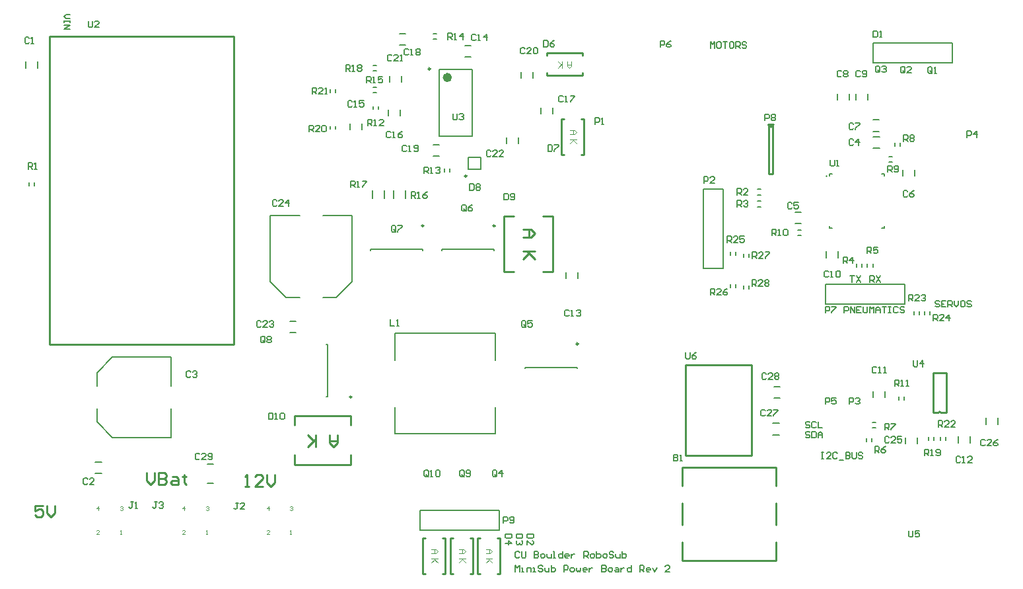
<source format=gto>
G04 Layer_Color=65535*
%FSLAX25Y25*%
%MOIN*%
G70*
G01*
G75*
%ADD40C,0.01000*%
%ADD68C,0.02362*%
%ADD69C,0.00984*%
%ADD70C,0.00197*%
%ADD71C,0.00787*%
%ADD72C,0.00500*%
%ADD73C,0.00600*%
%ADD74C,0.00394*%
%ADD75C,0.00492*%
D40*
X598750Y392000D02*
G03*
X601250Y392000I1250J0D01*
G01*
X685875Y246750D02*
G03*
X684625Y246750I-625J0D01*
G01*
X424291Y183516D02*
X425709D01*
X424291Y165405D02*
X425709D01*
X434291D02*
X435709D01*
X434291Y183516D02*
X435709D01*
X424291Y165405D02*
Y183516D01*
X435709Y165405D02*
Y183516D01*
X438291Y183595D02*
X439709D01*
X438291Y165484D02*
X439709D01*
X448291D02*
X449709D01*
X448291Y183595D02*
X449709D01*
X438291Y165484D02*
Y183595D01*
X449709Y165484D02*
Y183595D01*
X505709Y376870D02*
Y394980D01*
X494291Y376870D02*
Y394980D01*
X504291D02*
X505709D01*
X504291Y376870D02*
X505709D01*
X494291D02*
X495709D01*
X494291Y394980D02*
X495709D01*
X486905Y416756D02*
X505016D01*
X486905Y428173D02*
X505016D01*
Y416756D02*
Y418173D01*
X486905Y416756D02*
Y418173D01*
Y426756D02*
Y428173D01*
X505016Y426756D02*
Y428173D01*
X463209Y165405D02*
Y183516D01*
X451791Y165405D02*
Y183516D01*
X461791D02*
X463209D01*
X461791Y165405D02*
X463209D01*
X451791D02*
X453209D01*
X451791Y183516D02*
X453209D01*
X359598Y220661D02*
Y225583D01*
Y240347D02*
Y245268D01*
X387748Y220661D02*
Y225583D01*
Y240347D02*
Y245268D01*
X359598D02*
X387748D01*
X359598Y220661D02*
X387748D01*
X484882Y317717D02*
X489803D01*
X465197D02*
X470118D01*
X484882Y345866D02*
X489803D01*
X465197D02*
X470118D01*
X465197Y317717D02*
Y345866D01*
X489803Y317717D02*
Y345866D01*
X236000Y281200D02*
Y436500D01*
Y281200D02*
X329000D01*
Y436500D01*
X236000D02*
X329000D01*
X602516Y190047D02*
Y201268D01*
Y172035D02*
Y181583D01*
Y209732D02*
Y219280D01*
X555272Y209732D02*
Y219280D01*
Y190047D02*
Y201268D01*
X555272Y172035D02*
Y181583D01*
Y172035D02*
X602516D01*
X555272Y219280D02*
X602516D01*
X556910Y270835D02*
X590374D01*
Y225165D02*
Y270835D01*
X556910Y225165D02*
Y270835D01*
Y225165D02*
X590374D01*
X601000Y367000D02*
Y392000D01*
X599000Y367000D02*
X601000D01*
X599000D02*
Y392000D01*
X601250D01*
X598750D02*
X601000D01*
X685875Y246750D02*
X688500D01*
X682000D02*
X684625D01*
X682000D02*
Y266750D01*
X688500D01*
Y246750D02*
Y266750D01*
X334500Y209500D02*
X336499D01*
X335500D01*
Y215498D01*
X334500Y214498D01*
X343497Y209500D02*
X339498D01*
X343497Y213499D01*
Y214498D01*
X342497Y215498D01*
X340498D01*
X339498Y214498D01*
X345496Y215498D02*
Y211499D01*
X347496Y209500D01*
X349495Y211499D01*
Y215498D01*
X285000Y216498D02*
Y212499D01*
X286999Y210500D01*
X288999Y212499D01*
Y216498D01*
X290998D02*
Y210500D01*
X293997D01*
X294997Y211500D01*
Y212499D01*
X293997Y213499D01*
X290998D01*
X293997D01*
X294997Y214499D01*
Y215498D01*
X293997Y216498D01*
X290998D01*
X297996Y214499D02*
X299995D01*
X300995Y213499D01*
Y210500D01*
X297996D01*
X296996Y211500D01*
X297996Y212499D01*
X300995D01*
X303994Y215498D02*
Y214499D01*
X302994D01*
X304994D01*
X303994D01*
Y211500D01*
X304994Y210500D01*
X232499Y199998D02*
X228500D01*
Y196999D01*
X230499Y197999D01*
X231499D01*
X232499Y196999D01*
Y195000D01*
X231499Y194000D01*
X229500D01*
X228500Y195000D01*
X234498Y199998D02*
Y195999D01*
X236497Y194000D01*
X238497Y195999D01*
Y199998D01*
X381153Y235425D02*
Y231427D01*
X379154Y229427D01*
X377155Y231427D01*
Y235425D01*
Y232426D01*
X381153D01*
X370130Y229427D02*
Y235425D01*
Y233426D01*
X366131Y229427D01*
X369130Y232426D01*
X366131Y235425D01*
X475039Y339272D02*
X479038D01*
X481037Y337272D01*
X479038Y335273D01*
X475039D01*
X478038D01*
Y339272D01*
X481037Y328248D02*
X475039D01*
X477039D01*
X481037Y324249D01*
X478038Y327248D01*
X475039Y324249D01*
D68*
X437850Y415760D02*
G03*
X437850Y415760I-1181J0D01*
G01*
D69*
X428106Y420090D02*
G03*
X428106Y420090I-492J0D01*
G01*
X388390Y254716D02*
G03*
X388390Y254716I-492J0D01*
G01*
X424724Y340965D02*
G03*
X424724Y340965I-492J0D01*
G01*
X460756D02*
G03*
X460756Y340965I-492J0D01*
G01*
X502740Y281417D02*
G03*
X502740Y281417I-492J0D01*
G01*
X446425Y366028D02*
G03*
X446425Y366028I-492J0D01*
G01*
D70*
X628492Y366075D02*
G03*
X628492Y366075I-394J0D01*
G01*
X628289D02*
G03*
X628289Y366075I-230J0D01*
G01*
X628314D02*
G03*
X628314Y366075I-176J0D01*
G01*
X628115Y366035D02*
G03*
X628115Y366035I-56J0D01*
G01*
D71*
X586122Y309260D02*
Y310835D01*
X588878Y309260D02*
Y310835D01*
X579622Y309760D02*
Y311335D01*
X582378Y309760D02*
Y311335D01*
X588878Y325213D02*
Y326787D01*
X586122Y325213D02*
Y326787D01*
X582378Y326165D02*
Y327740D01*
X579622Y326165D02*
Y327740D01*
X423000Y187500D02*
Y197500D01*
X463000D01*
X423000Y187500D02*
X463000D01*
Y197500D01*
X664622Y253213D02*
Y254787D01*
X667378Y253213D02*
Y254787D01*
X315425Y211276D02*
X318575D01*
X315425Y220724D02*
X318575D01*
X680378Y296165D02*
Y297740D01*
X677622Y296165D02*
Y297740D01*
X674878Y296165D02*
Y297740D01*
X672122Y296165D02*
Y297740D01*
X633547Y404425D02*
Y407575D01*
X639453Y404425D02*
Y407575D01*
X648953Y404425D02*
Y407575D01*
X643047Y404425D02*
Y407575D01*
X662622Y381213D02*
Y382787D01*
X665378Y381213D02*
Y382787D01*
X651484Y320213D02*
Y321787D01*
X648728Y320213D02*
Y321787D01*
X651213Y239122D02*
X652787D01*
X651213Y241878D02*
X652787D01*
X648122Y232213D02*
Y233787D01*
X650878Y232213D02*
Y233787D01*
X645878Y320213D02*
Y321787D01*
X643122Y320213D02*
Y321787D01*
X593260Y353378D02*
X594835D01*
X593260Y350622D02*
X594835D01*
X613713Y338878D02*
X615287D01*
X613713Y336122D02*
X615287D01*
X593260Y359378D02*
X594835D01*
X593260Y356622D02*
X594835D01*
X612110Y342047D02*
X615260D01*
X612110Y347953D02*
X615260D01*
X666547Y366110D02*
Y369260D01*
X672453Y366110D02*
Y369260D01*
X651610Y385953D02*
X654760D01*
X651610Y380047D02*
X654760D01*
X651425Y394453D02*
X654575D01*
X651425Y388547D02*
X654575D01*
X657453Y254425D02*
Y257575D01*
X651547Y254425D02*
Y257575D01*
X601425Y259953D02*
X604575D01*
X601425Y254047D02*
X604575D01*
X600925Y241453D02*
X604075D01*
X600925Y235547D02*
X604075D01*
X357110Y292917D02*
X360260D01*
X357110Y287012D02*
X360260D01*
X496547Y314390D02*
Y317539D01*
X502453Y314390D02*
Y317539D01*
X380378Y408177D02*
Y409752D01*
X377622Y408177D02*
Y409752D01*
X380378Y389677D02*
Y391252D01*
X377622Y389677D02*
Y391252D01*
X393453Y389390D02*
Y392539D01*
X387547Y389390D02*
Y392539D01*
X399122Y399677D02*
Y401252D01*
X401878Y399677D02*
Y401252D01*
X399213Y419087D02*
X400787D01*
X399213Y421842D02*
X400787D01*
X399213Y408087D02*
X400787D01*
X399213Y410843D02*
X400787D01*
X413453Y413390D02*
Y416539D01*
X407547Y413390D02*
Y416539D01*
X412425Y432012D02*
X415575D01*
X412425Y437917D02*
X415575D01*
X466547Y382390D02*
Y385539D01*
X472453Y382390D02*
Y385539D01*
X489953Y397390D02*
Y400539D01*
X484047Y397390D02*
Y400539D01*
X429713Y435087D02*
X431287D01*
X429713Y437843D02*
X431287D01*
X445425Y426012D02*
X448575D01*
X445425Y431917D02*
X448575D01*
X258925Y216047D02*
X262075D01*
X258925Y221953D02*
X262075D01*
X229768Y420610D02*
Y423760D01*
X223862Y420610D02*
Y423760D01*
X225575Y361260D02*
Y362835D01*
X228331Y361260D02*
Y362835D01*
X474047Y415390D02*
Y418539D01*
X479953Y415390D02*
Y418539D01*
X437878Y368177D02*
Y369752D01*
X435122Y368177D02*
Y369752D01*
X429425Y376012D02*
X432575D01*
X429425Y381917D02*
X432575D01*
X407047Y396390D02*
Y399539D01*
X412953Y396390D02*
Y399539D01*
X679622Y232760D02*
Y234335D01*
X682378Y232760D02*
Y234335D01*
X688378Y232760D02*
Y234335D01*
X685622Y232760D02*
Y234335D01*
X673953Y231110D02*
Y234260D01*
X668047Y231110D02*
Y234260D01*
X700453Y231610D02*
Y234760D01*
X694547Y231610D02*
Y234760D01*
X708547Y240925D02*
Y244075D01*
X714453Y240925D02*
Y244075D01*
X628047Y324925D02*
Y328075D01*
X633953Y324925D02*
Y328075D01*
X659665Y373122D02*
X661240D01*
X659665Y375878D02*
X661240D01*
X399047Y354996D02*
Y358933D01*
X404953Y354996D02*
Y358933D01*
X409547Y354996D02*
Y358933D01*
X415453Y354996D02*
Y358933D01*
X410106Y236071D02*
X460894D01*
X410106Y286858D02*
X460894D01*
Y236071D02*
Y249654D01*
X410106Y236071D02*
Y249654D01*
X460894Y273276D02*
Y286858D01*
X410106Y273276D02*
Y286858D01*
X267624Y234224D02*
X297201D01*
Y248693D01*
Y260307D02*
Y274776D01*
X267624D02*
X297201D01*
X259799Y242049D02*
Y248693D01*
Y242049D02*
X267624Y234224D01*
X259799Y266951D02*
X267624Y274776D01*
X259799Y260307D02*
Y266951D01*
X432732Y386232D02*
X449268D01*
X432732Y419697D02*
X449268D01*
Y386232D02*
Y419697D01*
X432732Y386232D02*
Y419697D01*
X651500Y423000D02*
Y433000D01*
X691500D01*
X651500Y423000D02*
X691500D01*
Y433000D01*
X566000Y359500D02*
X576000D01*
Y319500D02*
Y359500D01*
X566000Y319500D02*
Y359500D01*
Y319500D02*
X576000D01*
X667500Y301500D02*
Y311500D01*
X627500Y301500D02*
X667500D01*
X627500Y311500D02*
X667500D01*
X627500Y301500D02*
Y311500D01*
X375496Y281153D02*
X376087D01*
Y254776D02*
Y281153D01*
X375496Y254776D02*
X376087D01*
X397795Y328563D02*
Y329153D01*
X424173D01*
Y328563D02*
Y329153D01*
X433827Y328563D02*
Y329153D01*
X460205D01*
Y328563D02*
Y329153D01*
X475811Y269016D02*
Y269606D01*
X502189D01*
Y269016D02*
Y269606D01*
X355352Y304795D02*
X362193D01*
X347331Y312817D02*
X355352Y304795D01*
X380648D02*
X388669Y312817D01*
X373807Y304795D02*
X380648D01*
X347331Y312817D02*
Y346134D01*
X362193D01*
X373807D02*
X388669D01*
Y312817D02*
Y346134D01*
X447350Y375535D02*
X453650D01*
Y369394D02*
Y375535D01*
X447350Y369394D02*
Y375535D01*
Y369394D02*
X453650D01*
D72*
X629673Y367256D02*
X630854D01*
X629673Y366075D02*
Y367256D01*
Y339697D02*
Y340878D01*
Y339697D02*
X630854D01*
X657232Y366075D02*
Y367256D01*
X656051D02*
X657232D01*
X656051Y339697D02*
X657232D01*
Y340878D01*
X246099Y447500D02*
X244100D01*
X243100Y446500D01*
X244100Y445501D01*
X246099D01*
Y444501D02*
Y443501D01*
Y444001D01*
X243100D01*
Y444501D01*
Y443501D01*
Y442002D02*
X246099D01*
X243100Y440002D01*
X246099D01*
D73*
X445133Y215033D02*
Y217166D01*
X444599Y217699D01*
X443533D01*
X443000Y217166D01*
Y215033D01*
X443533Y214500D01*
X444599D01*
X444066Y215566D02*
X445133Y214500D01*
X444599D02*
X445133Y215033D01*
X446199D02*
X446732Y214500D01*
X447798D01*
X448332Y215033D01*
Y217166D01*
X447798Y217699D01*
X446732D01*
X446199Y217166D01*
Y216633D01*
X446732Y216100D01*
X448332D01*
X427133Y215033D02*
Y217166D01*
X426600Y217699D01*
X425533D01*
X425000Y217166D01*
Y215033D01*
X425533Y214500D01*
X426600D01*
X426066Y215566D02*
X427133Y214500D01*
X426600D02*
X427133Y215033D01*
X428199Y214500D02*
X429265D01*
X428732D01*
Y217699D01*
X428199Y217166D01*
X430865D02*
X431398Y217699D01*
X432464D01*
X432997Y217166D01*
Y215033D01*
X432464Y214500D01*
X431398D01*
X430865Y215033D01*
Y217166D01*
X469199Y185500D02*
X466000D01*
Y183900D01*
X466533Y183367D01*
X468666D01*
X469199Y183900D01*
Y185500D01*
X466000Y180701D02*
X469199D01*
X467599Y182301D01*
Y180168D01*
X474699Y185500D02*
X471500D01*
Y183900D01*
X472033Y183367D01*
X474166D01*
X474699Y183900D01*
Y185500D01*
X474166Y182301D02*
X474699Y181768D01*
Y180701D01*
X474166Y180168D01*
X473633D01*
X473100Y180701D01*
Y181235D01*
Y180701D01*
X472566Y180168D01*
X472033D01*
X471500Y180701D01*
Y181768D01*
X472033Y182301D01*
X590500Y310547D02*
Y313746D01*
X592100D01*
X592633Y313213D01*
Y312147D01*
X592100Y311614D01*
X590500D01*
X591566D02*
X592633Y310547D01*
X595832D02*
X593699D01*
X595832Y312680D01*
Y313213D01*
X595298Y313746D01*
X594232D01*
X593699Y313213D01*
X596898D02*
X597431Y313746D01*
X598497D01*
X599031Y313213D01*
Y312680D01*
X598497Y312147D01*
X599031Y311614D01*
Y311080D01*
X598497Y310547D01*
X597431D01*
X596898Y311080D01*
Y311614D01*
X597431Y312147D01*
X596898Y312680D01*
Y313213D01*
X597431Y312147D02*
X598497D01*
X569500Y306047D02*
Y309246D01*
X571100D01*
X571633Y308713D01*
Y307647D01*
X571100Y307114D01*
X569500D01*
X570566D02*
X571633Y306047D01*
X574832D02*
X572699D01*
X574832Y308180D01*
Y308713D01*
X574298Y309246D01*
X573232D01*
X572699Y308713D01*
X578031Y309246D02*
X576964Y308713D01*
X575898Y307647D01*
Y306580D01*
X576431Y306047D01*
X577497D01*
X578031Y306580D01*
Y307114D01*
X577497Y307647D01*
X575898D01*
X590725Y324500D02*
Y327699D01*
X592324D01*
X592857Y327166D01*
Y326099D01*
X592324Y325566D01*
X590725D01*
X591791D02*
X592857Y324500D01*
X596056D02*
X593924D01*
X596056Y326633D01*
Y327166D01*
X595523Y327699D01*
X594457D01*
X593924Y327166D01*
X597123Y327699D02*
X599255D01*
Y327166D01*
X597123Y325033D01*
Y324500D01*
X578000Y332500D02*
Y335699D01*
X579600D01*
X580133Y335166D01*
Y334100D01*
X579600Y333566D01*
X578000D01*
X579066D02*
X580133Y332500D01*
X583332D02*
X581199D01*
X583332Y334633D01*
Y335166D01*
X582798Y335699D01*
X581732D01*
X581199Y335166D01*
X586531Y335699D02*
X584398D01*
Y334100D01*
X585464Y334633D01*
X585997D01*
X586531Y334100D01*
Y333033D01*
X585997Y332500D01*
X584931D01*
X584398Y333033D01*
X465000Y191000D02*
Y194199D01*
X466600D01*
X467133Y193666D01*
Y192599D01*
X466600Y192066D01*
X465000D01*
X468199Y191533D02*
X468732Y191000D01*
X469798D01*
X470332Y191533D01*
Y193666D01*
X469798Y194199D01*
X468732D01*
X468199Y193666D01*
Y193133D01*
X468732Y192599D01*
X470332D01*
X311633Y225666D02*
X311100Y226199D01*
X310033D01*
X309500Y225666D01*
Y223533D01*
X310033Y223000D01*
X311100D01*
X311633Y223533D01*
X314832Y223000D02*
X312699D01*
X314832Y225133D01*
Y225666D01*
X314299Y226199D01*
X313232D01*
X312699Y225666D01*
X315898Y223533D02*
X316431Y223000D01*
X317497D01*
X318031Y223533D01*
Y225666D01*
X317497Y226199D01*
X316431D01*
X315898Y225666D01*
Y225133D01*
X316431Y224600D01*
X318031D01*
X682000Y293000D02*
Y296199D01*
X683600D01*
X684133Y295666D01*
Y294600D01*
X683600Y294066D01*
X682000D01*
X683066D02*
X684133Y293000D01*
X687332D02*
X685199D01*
X687332Y295133D01*
Y295666D01*
X686798Y296199D01*
X685732D01*
X685199Y295666D01*
X689997Y293000D02*
Y296199D01*
X688398Y294600D01*
X690531D01*
X669500Y303000D02*
Y306199D01*
X671100D01*
X671633Y305666D01*
Y304599D01*
X671100Y304066D01*
X669500D01*
X670566D02*
X671633Y303000D01*
X674832D02*
X672699D01*
X674832Y305133D01*
Y305666D01*
X674298Y306199D01*
X673232D01*
X672699Y305666D01*
X675898D02*
X676431Y306199D01*
X677497D01*
X678031Y305666D01*
Y305133D01*
X677497Y304599D01*
X676964D01*
X677497D01*
X678031Y304066D01*
Y303533D01*
X677497Y303000D01*
X676431D01*
X675898Y303533D01*
X461633Y215033D02*
Y217166D01*
X461099Y217699D01*
X460033D01*
X459500Y217166D01*
Y215033D01*
X460033Y214500D01*
X461099D01*
X460566Y215566D02*
X461633Y214500D01*
X461099D02*
X461633Y215033D01*
X464298Y214500D02*
Y217699D01*
X462699Y216100D01*
X464832D01*
X290133Y201699D02*
X289066D01*
X289599D01*
Y199033D01*
X289066Y198500D01*
X288533D01*
X288000Y199033D01*
X291199Y201166D02*
X291732Y201699D01*
X292798D01*
X293332Y201166D01*
Y200633D01*
X292798Y200099D01*
X292265D01*
X292798D01*
X293332Y199566D01*
Y199033D01*
X292798Y198500D01*
X291732D01*
X291199Y199033D01*
X480199Y185500D02*
X477000D01*
Y183900D01*
X477533Y183367D01*
X479666D01*
X480199Y183900D01*
Y185500D01*
X477000Y180168D02*
Y182301D01*
X479133Y180168D01*
X479666D01*
X480199Y180701D01*
Y181768D01*
X479666Y182301D01*
X654892Y418982D02*
Y421115D01*
X654359Y421648D01*
X653293D01*
X652760Y421115D01*
Y418982D01*
X653293Y418449D01*
X654359D01*
X653826Y419515D02*
X654892Y418449D01*
X654359D02*
X654892Y418982D01*
X655959Y421115D02*
X656492Y421648D01*
X657558D01*
X658091Y421115D01*
Y420581D01*
X657558Y420048D01*
X657025D01*
X657558D01*
X658091Y419515D01*
Y418982D01*
X657558Y418449D01*
X656492D01*
X655959Y418982D01*
X557000Y277099D02*
Y274433D01*
X557533Y273900D01*
X558600D01*
X559133Y274433D01*
Y277099D01*
X562332D02*
X561265Y276566D01*
X560199Y275500D01*
Y274433D01*
X560732Y273900D01*
X561798D01*
X562332Y274433D01*
Y274966D01*
X561798Y275500D01*
X560199D01*
X684500Y239500D02*
Y242699D01*
X686099D01*
X686633Y242166D01*
Y241100D01*
X686099Y240566D01*
X684500D01*
X685566D02*
X686633Y239500D01*
X689832D02*
X687699D01*
X689832Y241633D01*
Y242166D01*
X689298Y242699D01*
X688232D01*
X687699Y242166D01*
X693031Y239500D02*
X690898D01*
X693031Y241633D01*
Y242166D01*
X692497Y242699D01*
X691431D01*
X690898Y242166D01*
X677500Y225000D02*
Y228199D01*
X679100D01*
X679633Y227666D01*
Y226600D01*
X679100Y226066D01*
X677500D01*
X678566D02*
X679633Y225000D01*
X680699D02*
X681765D01*
X681232D01*
Y228199D01*
X680699Y227666D01*
X683365Y225533D02*
X683898Y225000D01*
X684964D01*
X685497Y225533D01*
Y227666D01*
X684964Y228199D01*
X683898D01*
X683365Y227666D01*
Y227133D01*
X683898Y226600D01*
X685497D01*
X662500Y260000D02*
Y263199D01*
X664100D01*
X664633Y262666D01*
Y261599D01*
X664100Y261066D01*
X662500D01*
X663566D02*
X664633Y260000D01*
X665699D02*
X666765D01*
X666232D01*
Y263199D01*
X665699Y262666D01*
X668365Y260000D02*
X669431D01*
X668898D01*
Y263199D01*
X668365Y262666D01*
X600500Y336000D02*
Y339199D01*
X602100D01*
X602633Y338666D01*
Y337599D01*
X602100Y337066D01*
X600500D01*
X601566D02*
X602633Y336000D01*
X603699D02*
X604765D01*
X604232D01*
Y339199D01*
X603699Y338666D01*
X606365D02*
X606898Y339199D01*
X607964D01*
X608497Y338666D01*
Y336533D01*
X607964Y336000D01*
X606898D01*
X606365Y336533D01*
Y338666D01*
X659000Y368000D02*
Y371199D01*
X660600D01*
X661133Y370666D01*
Y369600D01*
X660600Y369066D01*
X659000D01*
X660066D02*
X661133Y368000D01*
X662199Y368533D02*
X662732Y368000D01*
X663798D01*
X664332Y368533D01*
Y370666D01*
X663798Y371199D01*
X662732D01*
X662199Y370666D01*
Y370133D01*
X662732Y369600D01*
X664332D01*
X667000Y383500D02*
Y386699D01*
X668600D01*
X669133Y386166D01*
Y385100D01*
X668600Y384566D01*
X667000D01*
X668066D02*
X669133Y383500D01*
X670199Y386166D02*
X670732Y386699D01*
X671798D01*
X672332Y386166D01*
Y385633D01*
X671798Y385100D01*
X672332Y384566D01*
Y384033D01*
X671798Y383500D01*
X670732D01*
X670199Y384033D01*
Y384566D01*
X670732Y385100D01*
X670199Y385633D01*
Y386166D01*
X670732Y385100D02*
X671798D01*
X657500Y238000D02*
Y241199D01*
X659099D01*
X659633Y240666D01*
Y239599D01*
X659099Y239066D01*
X657500D01*
X658566D02*
X659633Y238000D01*
X660699Y241199D02*
X662832D01*
Y240666D01*
X660699Y238533D01*
Y238000D01*
X652500Y226500D02*
Y229699D01*
X654100D01*
X654633Y229166D01*
Y228099D01*
X654100Y227566D01*
X652500D01*
X653566D02*
X654633Y226500D01*
X657832Y229699D02*
X656765Y229166D01*
X655699Y228099D01*
Y227033D01*
X656232Y226500D01*
X657298D01*
X657832Y227033D01*
Y227566D01*
X657298Y228099D01*
X655699D01*
X648606Y327000D02*
Y330199D01*
X650206D01*
X650739Y329666D01*
Y328600D01*
X650206Y328066D01*
X648606D01*
X649673D02*
X650739Y327000D01*
X653938Y330199D02*
X651805D01*
Y328600D01*
X652872Y329133D01*
X653405D01*
X653938Y328600D01*
Y327533D01*
X653405Y327000D01*
X652338D01*
X651805Y327533D01*
X636500Y322000D02*
Y325199D01*
X638099D01*
X638633Y324666D01*
Y323600D01*
X638099Y323066D01*
X636500D01*
X637566D02*
X638633Y322000D01*
X641298D02*
Y325199D01*
X639699Y323600D01*
X641832D01*
X583047Y350500D02*
Y353699D01*
X584647D01*
X585180Y353166D01*
Y352099D01*
X584647Y351566D01*
X583047D01*
X584114D02*
X585180Y350500D01*
X586246Y353166D02*
X586779Y353699D01*
X587846D01*
X588379Y353166D01*
Y352633D01*
X587846Y352099D01*
X587313D01*
X587846D01*
X588379Y351566D01*
Y351033D01*
X587846Y350500D01*
X586779D01*
X586246Y351033D01*
X583000Y356500D02*
Y359699D01*
X584599D01*
X585133Y359166D01*
Y358100D01*
X584599Y357566D01*
X583000D01*
X584066D02*
X585133Y356500D01*
X588332D02*
X586199D01*
X588332Y358633D01*
Y359166D01*
X587798Y359699D01*
X586732D01*
X586199Y359166D01*
X667633Y418533D02*
Y420666D01*
X667100Y421199D01*
X666033D01*
X665500Y420666D01*
Y418533D01*
X666033Y418000D01*
X667100D01*
X666566Y419066D02*
X667633Y418000D01*
X667100D02*
X667633Y418533D01*
X670832Y418000D02*
X668699D01*
X670832Y420133D01*
Y420666D01*
X670298Y421199D01*
X669232D01*
X668699Y420666D01*
X681373Y418482D02*
Y420615D01*
X680840Y421148D01*
X679773D01*
X679240Y420615D01*
Y418482D01*
X679773Y417949D01*
X680840D01*
X680306Y419015D02*
X681373Y417949D01*
X680840D02*
X681373Y418482D01*
X682439Y417949D02*
X683505D01*
X682972D01*
Y421148D01*
X682439Y420615D01*
X597000Y394000D02*
Y397199D01*
X598599D01*
X599133Y396666D01*
Y395600D01*
X598599Y395066D01*
X597000D01*
X600199Y396666D02*
X600732Y397199D01*
X601798D01*
X602332Y396666D01*
Y396133D01*
X601798Y395600D01*
X602332Y395066D01*
Y394533D01*
X601798Y394000D01*
X600732D01*
X600199Y394533D01*
Y395066D01*
X600732Y395600D01*
X600199Y396133D01*
Y396666D01*
X600732Y395600D02*
X601798D01*
X627500Y297000D02*
Y300199D01*
X629100D01*
X629633Y299666D01*
Y298600D01*
X629100Y298066D01*
X627500D01*
X630699Y300199D02*
X632832D01*
Y299666D01*
X630699Y297533D01*
Y297000D01*
X627500Y251000D02*
Y254199D01*
X629100D01*
X629633Y253666D01*
Y252600D01*
X629100Y252066D01*
X627500D01*
X632832Y254199D02*
X630699D01*
Y252600D01*
X631765Y253133D01*
X632298D01*
X632832Y252600D01*
Y251533D01*
X632298Y251000D01*
X631232D01*
X630699Y251533D01*
X699000Y385500D02*
Y388699D01*
X700599D01*
X701133Y388166D01*
Y387100D01*
X700599Y386566D01*
X699000D01*
X703798Y385500D02*
Y388699D01*
X702199Y387100D01*
X704332D01*
X639500Y251000D02*
Y254199D01*
X641100D01*
X641633Y253666D01*
Y252600D01*
X641100Y252066D01*
X639500D01*
X642699Y253666D02*
X643232Y254199D01*
X644298D01*
X644832Y253666D01*
Y253133D01*
X644298Y252600D01*
X643765D01*
X644298D01*
X644832Y252066D01*
Y251533D01*
X644298Y251000D01*
X643232D01*
X642699Y251533D01*
X566200Y362500D02*
Y365699D01*
X567800D01*
X568333Y365166D01*
Y364100D01*
X567800Y363566D01*
X566200D01*
X571532Y362500D02*
X569399D01*
X571532Y364633D01*
Y365166D01*
X570998Y365699D01*
X569932D01*
X569399Y365166D01*
X511300Y392179D02*
Y395378D01*
X512899D01*
X513433Y394845D01*
Y393779D01*
X512899Y393246D01*
X511300D01*
X514499Y392179D02*
X515565D01*
X515032D01*
Y395378D01*
X514499Y394845D01*
X651700Y439199D02*
Y436000D01*
X653300D01*
X653833Y436533D01*
Y438666D01*
X653300Y439199D01*
X651700D01*
X654899Y436000D02*
X655965D01*
X655432D01*
Y439199D01*
X654899Y438666D01*
X597633Y266166D02*
X597099Y266699D01*
X596033D01*
X595500Y266166D01*
Y264033D01*
X596033Y263500D01*
X597099D01*
X597633Y264033D01*
X600832Y263500D02*
X598699D01*
X600832Y265633D01*
Y266166D01*
X600298Y266699D01*
X599232D01*
X598699Y266166D01*
X601898D02*
X602431Y266699D01*
X603497D01*
X604031Y266166D01*
Y265633D01*
X603497Y265100D01*
X604031Y264566D01*
Y264033D01*
X603497Y263500D01*
X602431D01*
X601898Y264033D01*
Y264566D01*
X602431Y265100D01*
X601898Y265633D01*
Y266166D01*
X602431Y265100D02*
X603497D01*
X597133Y247666D02*
X596599Y248199D01*
X595533D01*
X595000Y247666D01*
Y245533D01*
X595533Y245000D01*
X596599D01*
X597133Y245533D01*
X600332Y245000D02*
X598199D01*
X600332Y247133D01*
Y247666D01*
X599798Y248199D01*
X598732D01*
X598199Y247666D01*
X601398Y248199D02*
X603531D01*
Y247666D01*
X601398Y245533D01*
Y245000D01*
X708133Y232666D02*
X707599Y233199D01*
X706533D01*
X706000Y232666D01*
Y230533D01*
X706533Y230000D01*
X707599D01*
X708133Y230533D01*
X711332Y230000D02*
X709199D01*
X711332Y232133D01*
Y232666D01*
X710798Y233199D01*
X709732D01*
X709199Y232666D01*
X714531Y233199D02*
X713464Y232666D01*
X712398Y231599D01*
Y230533D01*
X712931Y230000D01*
X713997D01*
X714531Y230533D01*
Y231066D01*
X713997Y231599D01*
X712398D01*
X659633Y234166D02*
X659099Y234699D01*
X658033D01*
X657500Y234166D01*
Y232033D01*
X658033Y231500D01*
X659099D01*
X659633Y232033D01*
X662832Y231500D02*
X660699D01*
X662832Y233633D01*
Y234166D01*
X662298Y234699D01*
X661232D01*
X660699Y234166D01*
X666031Y234699D02*
X663898D01*
Y233100D01*
X664964Y233633D01*
X665497D01*
X666031Y233100D01*
Y232033D01*
X665497Y231500D01*
X664431D01*
X663898Y232033D01*
X695633Y224166D02*
X695099Y224699D01*
X694033D01*
X693500Y224166D01*
Y222033D01*
X694033Y221500D01*
X695099D01*
X695633Y222033D01*
X696699Y221500D02*
X697765D01*
X697232D01*
Y224699D01*
X696699Y224166D01*
X701497Y221500D02*
X699365D01*
X701497Y223633D01*
Y224166D01*
X700964Y224699D01*
X699898D01*
X699365Y224166D01*
X653333Y269366D02*
X652800Y269899D01*
X651733D01*
X651200Y269366D01*
Y267233D01*
X651733Y266700D01*
X652800D01*
X653333Y267233D01*
X654399Y266700D02*
X655465D01*
X654932D01*
Y269899D01*
X654399Y269366D01*
X657065Y266700D02*
X658131D01*
X657598D01*
Y269899D01*
X657065Y269366D01*
X629133Y317666D02*
X628600Y318199D01*
X627533D01*
X627000Y317666D01*
Y315533D01*
X627533Y315000D01*
X628600D01*
X629133Y315533D01*
X630199Y315000D02*
X631265D01*
X630732D01*
Y318199D01*
X630199Y317666D01*
X632865D02*
X633398Y318199D01*
X634464D01*
X634997Y317666D01*
Y315533D01*
X634464Y315000D01*
X633398D01*
X632865Y315533D01*
Y317666D01*
X645133Y418666D02*
X644599Y419199D01*
X643533D01*
X643000Y418666D01*
Y416533D01*
X643533Y416000D01*
X644599D01*
X645133Y416533D01*
X646199D02*
X646732Y416000D01*
X647798D01*
X648332Y416533D01*
Y418666D01*
X647798Y419199D01*
X646732D01*
X646199Y418666D01*
Y418133D01*
X646732Y417599D01*
X648332D01*
X635633Y418666D02*
X635100Y419199D01*
X634033D01*
X633500Y418666D01*
Y416533D01*
X634033Y416000D01*
X635100D01*
X635633Y416533D01*
X636699Y418666D02*
X637232Y419199D01*
X638298D01*
X638832Y418666D01*
Y418133D01*
X638298Y417599D01*
X638832Y417066D01*
Y416533D01*
X638298Y416000D01*
X637232D01*
X636699Y416533D01*
Y417066D01*
X637232Y417599D01*
X636699Y418133D01*
Y418666D01*
X637232Y417599D02*
X638298D01*
X641633Y392166D02*
X641100Y392699D01*
X640033D01*
X639500Y392166D01*
Y390033D01*
X640033Y389500D01*
X641100D01*
X641633Y390033D01*
X642699Y392699D02*
X644832D01*
Y392166D01*
X642699Y390033D01*
Y389500D01*
X668948Y358166D02*
X668414Y358699D01*
X667348D01*
X666815Y358166D01*
Y356033D01*
X667348Y355500D01*
X668414D01*
X668948Y356033D01*
X672147Y358699D02*
X671080Y358166D01*
X670014Y357100D01*
Y356033D01*
X670547Y355500D01*
X671613D01*
X672147Y356033D01*
Y356566D01*
X671613Y357100D01*
X670014D01*
X610633Y352166D02*
X610100Y352699D01*
X609033D01*
X608500Y352166D01*
Y350033D01*
X609033Y349500D01*
X610100D01*
X610633Y350033D01*
X613832Y352699D02*
X611699D01*
Y351099D01*
X612765Y351633D01*
X613298D01*
X613832Y351099D01*
Y350033D01*
X613298Y349500D01*
X612232D01*
X611699Y350033D01*
X641633Y384166D02*
X641100Y384699D01*
X640033D01*
X639500Y384166D01*
Y382033D01*
X640033Y381500D01*
X641100D01*
X641633Y382033D01*
X644298Y381500D02*
Y384699D01*
X642699Y383100D01*
X644832D01*
X550887Y225614D02*
Y222415D01*
X552487D01*
X553020Y222948D01*
Y223481D01*
X552487Y224014D01*
X550887D01*
X552487D01*
X553020Y224548D01*
Y225081D01*
X552487Y225614D01*
X550887D01*
X554086Y222415D02*
X555153D01*
X554620D01*
Y225614D01*
X554086Y225081D01*
X307133Y267166D02*
X306599Y267699D01*
X305533D01*
X305000Y267166D01*
Y265033D01*
X305533Y264500D01*
X306599D01*
X307133Y265033D01*
X308199Y267166D02*
X308732Y267699D01*
X309799D01*
X310332Y267166D01*
Y266633D01*
X309799Y266100D01*
X309265D01*
X309799D01*
X310332Y265566D01*
Y265033D01*
X309799Y264500D01*
X308732D01*
X308199Y265033D01*
X407900Y293763D02*
Y290565D01*
X410033D01*
X411099D02*
X412165D01*
X411632D01*
Y293763D01*
X411099Y293230D01*
X255133Y213166D02*
X254599Y213699D01*
X253533D01*
X253000Y213166D01*
Y211033D01*
X253533Y210500D01*
X254599D01*
X255133Y211033D01*
X258332Y210500D02*
X256199D01*
X258332Y212633D01*
Y213166D01*
X257799Y213699D01*
X256732D01*
X256199Y213166D01*
X225633Y435566D02*
X225099Y436099D01*
X224033D01*
X223500Y435566D01*
Y433433D01*
X224033Y432900D01*
X225099D01*
X225633Y433433D01*
X226699Y432900D02*
X227765D01*
X227232D01*
Y436099D01*
X226699Y435566D01*
X255500Y444199D02*
Y441533D01*
X256033Y441000D01*
X257100D01*
X257633Y441533D01*
Y444199D01*
X260832Y441000D02*
X258699D01*
X260832Y443133D01*
Y443666D01*
X260298Y444199D01*
X259232D01*
X258699Y443666D01*
X225200Y369600D02*
Y372799D01*
X226800D01*
X227333Y372266D01*
Y371199D01*
X226800Y370666D01*
X225200D01*
X226266D02*
X227333Y369600D01*
X228399D02*
X229465D01*
X228932D01*
Y372799D01*
X228399Y372266D01*
X331133Y201199D02*
X330066D01*
X330599D01*
Y198533D01*
X330066Y198000D01*
X329533D01*
X329000Y198533D01*
X334332Y198000D02*
X332199D01*
X334332Y200133D01*
Y200666D01*
X333799Y201199D01*
X332732D01*
X332199Y200666D01*
X278133Y201699D02*
X277066D01*
X277600D01*
Y199033D01*
X277066Y198500D01*
X276533D01*
X276000Y199033D01*
X279199Y198500D02*
X280265D01*
X279732D01*
Y201699D01*
X279199Y201166D01*
X498133Y298130D02*
X497600Y298663D01*
X496533D01*
X496000Y298130D01*
Y295998D01*
X496533Y295465D01*
X497600D01*
X498133Y295998D01*
X499199Y295465D02*
X500265D01*
X499732D01*
Y298663D01*
X499199Y298130D01*
X501865D02*
X502398Y298663D01*
X503464D01*
X503997Y298130D01*
Y297597D01*
X503464Y297064D01*
X502931D01*
X503464D01*
X503997Y296531D01*
Y295998D01*
X503464Y295465D01*
X502398D01*
X501865Y295998D01*
X451133Y437130D02*
X450599Y437664D01*
X449533D01*
X449000Y437130D01*
Y434998D01*
X449533Y434465D01*
X450599D01*
X451133Y434998D01*
X452199Y434465D02*
X453265D01*
X452732D01*
Y437664D01*
X452199Y437130D01*
X456464Y434465D02*
Y437664D01*
X454865Y436064D01*
X456997D01*
X388633Y403630D02*
X388100Y404164D01*
X387033D01*
X386500Y403630D01*
Y401498D01*
X387033Y400965D01*
X388100D01*
X388633Y401498D01*
X389699Y400965D02*
X390765D01*
X390232D01*
Y404164D01*
X389699Y403630D01*
X394497Y404164D02*
X392365D01*
Y402564D01*
X393431Y403097D01*
X393964D01*
X394497Y402564D01*
Y401498D01*
X393964Y400965D01*
X392898D01*
X392365Y401498D01*
X408133Y388130D02*
X407599Y388664D01*
X406533D01*
X406000Y388130D01*
Y385998D01*
X406533Y385465D01*
X407599D01*
X408133Y385998D01*
X409199Y385465D02*
X410265D01*
X409732D01*
Y388664D01*
X409199Y388130D01*
X413997Y388664D02*
X412931Y388130D01*
X411865Y387064D01*
Y385998D01*
X412398Y385465D01*
X413464D01*
X413997Y385998D01*
Y386531D01*
X413464Y387064D01*
X411865D01*
X495133Y406130D02*
X494599Y406664D01*
X493533D01*
X493000Y406130D01*
Y403998D01*
X493533Y403465D01*
X494599D01*
X495133Y403998D01*
X496199Y403465D02*
X497265D01*
X496732D01*
Y406664D01*
X496199Y406130D01*
X498865Y406664D02*
X500997D01*
Y406130D01*
X498865Y403998D01*
Y403465D01*
X417133Y429666D02*
X416600Y430199D01*
X415533D01*
X415000Y429666D01*
Y427533D01*
X415533Y427000D01*
X416600D01*
X417133Y427533D01*
X418199Y427000D02*
X419265D01*
X418732D01*
Y430199D01*
X418199Y429666D01*
X420865D02*
X421398Y430199D01*
X422464D01*
X422997Y429666D01*
Y429133D01*
X422464Y428600D01*
X422997Y428066D01*
Y427533D01*
X422464Y427000D01*
X421398D01*
X420865Y427533D01*
Y428066D01*
X421398Y428600D01*
X420865Y429133D01*
Y429666D01*
X421398Y428600D02*
X422464D01*
X416133Y381130D02*
X415599Y381663D01*
X414533D01*
X414000Y381130D01*
Y378998D01*
X414533Y378465D01*
X415599D01*
X416133Y378998D01*
X417199Y378465D02*
X418265D01*
X417732D01*
Y381663D01*
X417199Y381130D01*
X419865Y378998D02*
X420398Y378465D01*
X421464D01*
X421997Y378998D01*
Y381130D01*
X421464Y381663D01*
X420398D01*
X419865Y381130D01*
Y380597D01*
X420398Y380064D01*
X421997D01*
X475833Y430330D02*
X475300Y430864D01*
X474233D01*
X473700Y430330D01*
Y428198D01*
X474233Y427665D01*
X475300D01*
X475833Y428198D01*
X479032Y427665D02*
X476899D01*
X479032Y429797D01*
Y430330D01*
X478498Y430864D01*
X477432D01*
X476899Y430330D01*
X480098D02*
X480631Y430864D01*
X481697D01*
X482231Y430330D01*
Y428198D01*
X481697Y427665D01*
X480631D01*
X480098Y428198D01*
Y430330D01*
X408633Y426666D02*
X408100Y427199D01*
X407033D01*
X406500Y426666D01*
Y424533D01*
X407033Y424000D01*
X408100D01*
X408633Y424533D01*
X411832Y424000D02*
X409699D01*
X411832Y426133D01*
Y426666D01*
X411298Y427199D01*
X410232D01*
X409699Y426666D01*
X412898Y424000D02*
X413964D01*
X413431D01*
Y427199D01*
X412898Y426666D01*
X458633Y378630D02*
X458100Y379164D01*
X457033D01*
X456500Y378630D01*
Y376498D01*
X457033Y375965D01*
X458100D01*
X458633Y376498D01*
X461832Y375965D02*
X459699D01*
X461832Y378097D01*
Y378630D01*
X461298Y379164D01*
X460232D01*
X459699Y378630D01*
X465031Y375965D02*
X462898D01*
X465031Y378097D01*
Y378630D01*
X464497Y379164D01*
X463431D01*
X462898Y378630D01*
X342633Y292630D02*
X342099Y293163D01*
X341033D01*
X340500Y292630D01*
Y290498D01*
X341033Y289965D01*
X342099D01*
X342633Y290498D01*
X345832Y289965D02*
X343699D01*
X345832Y292097D01*
Y292630D01*
X345299Y293163D01*
X344232D01*
X343699Y292630D01*
X346898D02*
X347431Y293163D01*
X348497D01*
X349031Y292630D01*
Y292097D01*
X348497Y291564D01*
X347964D01*
X348497D01*
X349031Y291031D01*
Y290498D01*
X348497Y289965D01*
X347431D01*
X346898Y290498D01*
X350633Y353630D02*
X350099Y354164D01*
X349033D01*
X348500Y353630D01*
Y351498D01*
X349033Y350965D01*
X350099D01*
X350633Y351498D01*
X353832Y350965D02*
X351699D01*
X353832Y353097D01*
Y353630D01*
X353298Y354164D01*
X352232D01*
X351699Y353630D01*
X356497Y350965D02*
Y354164D01*
X354898Y352564D01*
X357031D01*
X485400Y434464D02*
Y431265D01*
X487000D01*
X487533Y431798D01*
Y433930D01*
X487000Y434464D01*
X485400D01*
X490732D02*
X489665Y433930D01*
X488599Y432864D01*
Y431798D01*
X489132Y431265D01*
X490198D01*
X490732Y431798D01*
Y432331D01*
X490198Y432864D01*
X488599D01*
X487500Y381849D02*
Y378650D01*
X489100D01*
X489633Y379183D01*
Y381315D01*
X489100Y381849D01*
X487500D01*
X490699D02*
X492832D01*
Y381315D01*
X490699Y379183D01*
Y378650D01*
X448000Y362163D02*
Y358965D01*
X449600D01*
X450133Y359498D01*
Y361630D01*
X449600Y362163D01*
X448000D01*
X451199Y361630D02*
X451732Y362163D01*
X452798D01*
X453332Y361630D01*
Y361097D01*
X452798Y360564D01*
X453332Y360031D01*
Y359498D01*
X452798Y358965D01*
X451732D01*
X451199Y359498D01*
Y360031D01*
X451732Y360564D01*
X451199Y361097D01*
Y361630D01*
X451732Y360564D02*
X452798D01*
X465300Y357263D02*
Y354065D01*
X466899D01*
X467433Y354598D01*
Y356730D01*
X466899Y357263D01*
X465300D01*
X468499Y354598D02*
X469032Y354065D01*
X470098D01*
X470632Y354598D01*
Y356730D01*
X470098Y357263D01*
X469032D01*
X468499Y356730D01*
Y356197D01*
X469032Y355664D01*
X470632D01*
X346500Y246663D02*
Y243465D01*
X348099D01*
X348633Y243998D01*
Y246130D01*
X348099Y246663D01*
X346500D01*
X349699Y243465D02*
X350765D01*
X350232D01*
Y246663D01*
X349699Y246130D01*
X352365D02*
X352898Y246663D01*
X353964D01*
X354497Y246130D01*
Y243998D01*
X353964Y243465D01*
X352898D01*
X352365Y243998D01*
Y246130D01*
X476333Y290498D02*
Y292630D01*
X475800Y293163D01*
X474733D01*
X474200Y292630D01*
Y290498D01*
X474733Y289965D01*
X475800D01*
X475266Y291031D02*
X476333Y289965D01*
X475800D02*
X476333Y290498D01*
X479532Y293163D02*
X477399D01*
Y291564D01*
X478465Y292097D01*
X478998D01*
X479532Y291564D01*
Y290498D01*
X478998Y289965D01*
X477932D01*
X477399Y290498D01*
X446133Y348998D02*
Y351130D01*
X445600Y351663D01*
X444533D01*
X444000Y351130D01*
Y348998D01*
X444533Y348465D01*
X445600D01*
X445066Y349531D02*
X446133Y348465D01*
X445600D02*
X446133Y348998D01*
X449332Y351663D02*
X448265Y351130D01*
X447199Y350064D01*
Y348998D01*
X447732Y348465D01*
X448798D01*
X449332Y348998D01*
Y349531D01*
X448798Y350064D01*
X447199D01*
X410633Y338498D02*
Y340630D01*
X410100Y341163D01*
X409033D01*
X408500Y340630D01*
Y338498D01*
X409033Y337965D01*
X410100D01*
X409566Y339031D02*
X410633Y337965D01*
X410100D02*
X410633Y338498D01*
X411699Y341163D02*
X413832D01*
Y340630D01*
X411699Y338498D01*
Y337965D01*
X344633Y282533D02*
Y284666D01*
X344099Y285199D01*
X343033D01*
X342500Y284666D01*
Y282533D01*
X343033Y282000D01*
X344099D01*
X343566Y283066D02*
X344633Y282000D01*
X344099D02*
X344633Y282533D01*
X345699Y284666D02*
X346232Y285199D01*
X347299D01*
X347832Y284666D01*
Y284133D01*
X347299Y283599D01*
X347832Y283066D01*
Y282533D01*
X347299Y282000D01*
X346232D01*
X345699Y282533D01*
Y283066D01*
X346232Y283599D01*
X345699Y284133D01*
Y284666D01*
X346232Y283599D02*
X347299D01*
X396500Y391465D02*
Y394664D01*
X398099D01*
X398633Y394130D01*
Y393064D01*
X398099Y392531D01*
X396500D01*
X397566D02*
X398633Y391465D01*
X399699D02*
X400765D01*
X400232D01*
Y394664D01*
X399699Y394130D01*
X404497Y391465D02*
X402365D01*
X404497Y393597D01*
Y394130D01*
X403964Y394664D01*
X402898D01*
X402365Y394130D01*
X425000Y367465D02*
Y370663D01*
X426600D01*
X427133Y370130D01*
Y369064D01*
X426600Y368531D01*
X425000D01*
X426066D02*
X427133Y367465D01*
X428199D02*
X429265D01*
X428732D01*
Y370663D01*
X428199Y370130D01*
X430865D02*
X431398Y370663D01*
X432464D01*
X432997Y370130D01*
Y369597D01*
X432464Y369064D01*
X431931D01*
X432464D01*
X432997Y368531D01*
Y367998D01*
X432464Y367465D01*
X431398D01*
X430865Y367998D01*
X437000Y434965D02*
Y438164D01*
X438599D01*
X439133Y437630D01*
Y436564D01*
X438599Y436031D01*
X437000D01*
X438066D02*
X439133Y434965D01*
X440199D02*
X441265D01*
X440732D01*
Y438164D01*
X440199Y437630D01*
X444464Y434965D02*
Y438164D01*
X442865Y436564D01*
X444997D01*
X396000Y413000D02*
Y416199D01*
X397600D01*
X398133Y415666D01*
Y414600D01*
X397600Y414066D01*
X396000D01*
X397066D02*
X398133Y413000D01*
X399199D02*
X400265D01*
X399732D01*
Y416199D01*
X399199Y415666D01*
X403997Y416199D02*
X401865D01*
Y414600D01*
X402931Y415133D01*
X403464D01*
X403997Y414600D01*
Y413533D01*
X403464Y413000D01*
X402398D01*
X401865Y413533D01*
X418500Y354965D02*
Y358163D01*
X420099D01*
X420633Y357630D01*
Y356564D01*
X420099Y356031D01*
X418500D01*
X419566D02*
X420633Y354965D01*
X421699D02*
X422765D01*
X422232D01*
Y358163D01*
X421699Y357630D01*
X426497Y358163D02*
X425431Y357630D01*
X424365Y356564D01*
Y355498D01*
X424898Y354965D01*
X425964D01*
X426497Y355498D01*
Y356031D01*
X425964Y356564D01*
X424365D01*
X388000Y360465D02*
Y363664D01*
X389599D01*
X390133Y363130D01*
Y362064D01*
X389599Y361531D01*
X388000D01*
X389066D02*
X390133Y360465D01*
X391199D02*
X392265D01*
X391732D01*
Y363664D01*
X391199Y363130D01*
X393865Y363664D02*
X395997D01*
Y363130D01*
X393865Y360998D01*
Y360465D01*
X385500Y418965D02*
Y422163D01*
X387100D01*
X387633Y421630D01*
Y420564D01*
X387100Y420031D01*
X385500D01*
X386566D02*
X387633Y418965D01*
X388699D02*
X389765D01*
X389232D01*
Y422163D01*
X388699Y421630D01*
X391365D02*
X391898Y422163D01*
X392964D01*
X393497Y421630D01*
Y421097D01*
X392964Y420564D01*
X393497Y420031D01*
Y419498D01*
X392964Y418965D01*
X391898D01*
X391365Y419498D01*
Y420031D01*
X391898Y420564D01*
X391365Y421097D01*
Y421630D01*
X391898Y420564D02*
X392964D01*
X367000Y388465D02*
Y391664D01*
X368600D01*
X369133Y391130D01*
Y390064D01*
X368600Y389531D01*
X367000D01*
X368066D02*
X369133Y388465D01*
X372332D02*
X370199D01*
X372332Y390597D01*
Y391130D01*
X371798Y391664D01*
X370732D01*
X370199Y391130D01*
X373398D02*
X373931Y391664D01*
X374997D01*
X375531Y391130D01*
Y388998D01*
X374997Y388465D01*
X373931D01*
X373398Y388998D01*
Y391130D01*
X368500Y407465D02*
Y410664D01*
X370099D01*
X370633Y410130D01*
Y409064D01*
X370099Y408531D01*
X368500D01*
X369566D02*
X370633Y407465D01*
X373832D02*
X371699D01*
X373832Y409597D01*
Y410130D01*
X373299Y410664D01*
X372232D01*
X371699Y410130D01*
X374898Y407465D02*
X375964D01*
X375431D01*
Y410664D01*
X374898Y410130D01*
X439500Y397663D02*
Y394998D01*
X440033Y394465D01*
X441100D01*
X441633Y394998D01*
Y397663D01*
X442699Y397130D02*
X443232Y397663D01*
X444298D01*
X444832Y397130D01*
Y396597D01*
X444298Y396064D01*
X443765D01*
X444298D01*
X444832Y395531D01*
Y394998D01*
X444298Y394465D01*
X443232D01*
X442699Y394998D01*
X544200Y431000D02*
Y434199D01*
X545799D01*
X546333Y433666D01*
Y432599D01*
X545799Y432066D01*
X544200D01*
X549532Y434199D02*
X548465Y433666D01*
X547399Y432599D01*
Y431533D01*
X547932Y431000D01*
X548998D01*
X549532Y431533D01*
Y432066D01*
X548998Y432599D01*
X547399D01*
X630000Y374199D02*
Y371533D01*
X630533Y371000D01*
X631600D01*
X632133Y371533D01*
Y374199D01*
X633199Y371000D02*
X634265D01*
X633732D01*
Y374199D01*
X633199Y373666D01*
X671900Y272999D02*
Y270333D01*
X672433Y269800D01*
X673499D01*
X674033Y270333D01*
Y272999D01*
X676698Y269800D02*
Y272999D01*
X675099Y271399D01*
X677232D01*
X669600Y187199D02*
Y184533D01*
X670133Y184000D01*
X671200D01*
X671733Y184533D01*
Y187199D01*
X674932D02*
X672799D01*
Y185600D01*
X673865Y186133D01*
X674398D01*
X674932Y185600D01*
Y184533D01*
X674398Y184000D01*
X673332D01*
X672799Y184533D01*
X685133Y302666D02*
X684599Y303199D01*
X683533D01*
X683000Y302666D01*
Y302133D01*
X683533Y301600D01*
X684599D01*
X685133Y301066D01*
Y300533D01*
X684599Y300000D01*
X683533D01*
X683000Y300533D01*
X688332Y303199D02*
X686199D01*
Y300000D01*
X688332D01*
X686199Y301600D02*
X687265D01*
X689398Y300000D02*
Y303199D01*
X690997D01*
X691531Y302666D01*
Y301600D01*
X690997Y301066D01*
X689398D01*
X690464D02*
X691531Y300000D01*
X692597Y303199D02*
Y301066D01*
X693663Y300000D01*
X694730Y301066D01*
Y303199D01*
X697395D02*
X696329D01*
X695796Y302666D01*
Y300533D01*
X696329Y300000D01*
X697395D01*
X697928Y300533D01*
Y302666D01*
X697395Y303199D01*
X701127Y302666D02*
X700594Y303199D01*
X699528D01*
X698995Y302666D01*
Y302133D01*
X699528Y301600D01*
X700594D01*
X701127Y301066D01*
Y300533D01*
X700594Y300000D01*
X699528D01*
X698995Y300533D01*
X569500Y430500D02*
Y433699D01*
X570566Y432633D01*
X571633Y433699D01*
Y430500D01*
X574298Y433699D02*
X573232D01*
X572699Y433166D01*
Y431033D01*
X573232Y430500D01*
X574298D01*
X574832Y431033D01*
Y433166D01*
X574298Y433699D01*
X575898D02*
X578031D01*
X576964D01*
Y430500D01*
X580696Y433699D02*
X579630D01*
X579097Y433166D01*
Y431033D01*
X579630Y430500D01*
X580696D01*
X581230Y431033D01*
Y433166D01*
X580696Y433699D01*
X582296Y430500D02*
Y433699D01*
X583895D01*
X584429Y433166D01*
Y432099D01*
X583895Y431566D01*
X582296D01*
X583362D02*
X584429Y430500D01*
X587628Y433166D02*
X587094Y433699D01*
X586028D01*
X585495Y433166D01*
Y432633D01*
X586028Y432099D01*
X587094D01*
X587628Y431566D01*
Y431033D01*
X587094Y430500D01*
X586028D01*
X585495Y431033D01*
X650000Y312500D02*
Y315699D01*
X651600D01*
X652133Y315166D01*
Y314100D01*
X651600Y313566D01*
X650000D01*
X651066D02*
X652133Y312500D01*
X653199Y315699D02*
X655332Y312500D01*
Y315699D02*
X653199Y312500D01*
X640000Y315699D02*
X642133D01*
X641066D01*
Y312500D01*
X643199Y315699D02*
X645332Y312500D01*
Y315699D02*
X643199Y312500D01*
X637000Y297000D02*
Y300199D01*
X638599D01*
X639133Y299666D01*
Y298600D01*
X638599Y298066D01*
X637000D01*
X640199Y297000D02*
Y300199D01*
X642332Y297000D01*
Y300199D01*
X645531D02*
X643398D01*
Y297000D01*
X645531D01*
X643398Y298600D02*
X644464D01*
X646597Y300199D02*
Y297533D01*
X647130Y297000D01*
X648196D01*
X648730Y297533D01*
Y300199D01*
X649796Y297000D02*
Y300199D01*
X650862Y299133D01*
X651929Y300199D01*
Y297000D01*
X652995D02*
Y299133D01*
X654061Y300199D01*
X655127Y299133D01*
Y297000D01*
Y298600D01*
X652995D01*
X656194Y300199D02*
X658326D01*
X657260D01*
Y297000D01*
X659393Y300199D02*
X660459D01*
X659926D01*
Y297000D01*
X659393D01*
X660459D01*
X664191Y299666D02*
X663658Y300199D01*
X662592D01*
X662059Y299666D01*
Y297533D01*
X662592Y297000D01*
X663658D01*
X664191Y297533D01*
X667390Y299666D02*
X666857Y300199D01*
X665791D01*
X665258Y299666D01*
Y299133D01*
X665791Y298600D01*
X666857D01*
X667390Y298066D01*
Y297533D01*
X666857Y297000D01*
X665791D01*
X665258Y297533D01*
X619633Y236666D02*
X619100Y237199D01*
X618033D01*
X617500Y236666D01*
Y236133D01*
X618033Y235599D01*
X619100D01*
X619633Y235066D01*
Y234533D01*
X619100Y234000D01*
X618033D01*
X617500Y234533D01*
X620699Y237199D02*
Y234000D01*
X622298D01*
X622832Y234533D01*
Y236666D01*
X622298Y237199D01*
X620699D01*
X623898Y234000D02*
Y236133D01*
X624964Y237199D01*
X626031Y236133D01*
Y234000D01*
Y235599D01*
X623898D01*
X619633Y241666D02*
X619100Y242199D01*
X618033D01*
X617500Y241666D01*
Y241133D01*
X618033Y240599D01*
X619100D01*
X619633Y240066D01*
Y239533D01*
X619100Y239000D01*
X618033D01*
X617500Y239533D01*
X622832Y241666D02*
X622298Y242199D01*
X621232D01*
X620699Y241666D01*
Y239533D01*
X621232Y239000D01*
X622298D01*
X622832Y239533D01*
X623898Y242199D02*
Y239000D01*
X626031D01*
X625500Y226699D02*
X626566D01*
X626033D01*
Y223500D01*
X625500D01*
X626566D01*
X630298D02*
X628166D01*
X630298Y225633D01*
Y226166D01*
X629765Y226699D01*
X628699D01*
X628166Y226166D01*
X633497D02*
X632964Y226699D01*
X631898D01*
X631365Y226166D01*
Y224033D01*
X631898Y223500D01*
X632964D01*
X633497Y224033D01*
X634564Y222967D02*
X636696D01*
X637763Y226699D02*
Y223500D01*
X639362D01*
X639895Y224033D01*
Y224566D01*
X639362Y225099D01*
X637763D01*
X639362D01*
X639895Y225633D01*
Y226166D01*
X639362Y226699D01*
X637763D01*
X640962D02*
Y224033D01*
X641495Y223500D01*
X642561D01*
X643094Y224033D01*
Y226699D01*
X646293Y226166D02*
X645760Y226699D01*
X644694D01*
X644161Y226166D01*
Y225633D01*
X644694Y225099D01*
X645760D01*
X646293Y224566D01*
Y224033D01*
X645760Y223500D01*
X644694D01*
X644161Y224033D01*
X473133Y176166D02*
X472600Y176699D01*
X471533D01*
X471000Y176166D01*
Y174033D01*
X471533Y173500D01*
X472600D01*
X473133Y174033D01*
X474199Y176699D02*
Y174033D01*
X474732Y173500D01*
X475798D01*
X476332Y174033D01*
Y176699D01*
X480597D02*
Y173500D01*
X482196D01*
X482730Y174033D01*
Y174566D01*
X482196Y175100D01*
X480597D01*
X482196D01*
X482730Y175633D01*
Y176166D01*
X482196Y176699D01*
X480597D01*
X484329Y173500D02*
X485395D01*
X485928Y174033D01*
Y175100D01*
X485395Y175633D01*
X484329D01*
X483796Y175100D01*
Y174033D01*
X484329Y173500D01*
X486995Y175633D02*
Y174033D01*
X487528Y173500D01*
X489127D01*
Y175633D01*
X490194Y173500D02*
X491260D01*
X490727D01*
Y176699D01*
X490194D01*
X494992D02*
Y173500D01*
X493393D01*
X492860Y174033D01*
Y175100D01*
X493393Y175633D01*
X494992D01*
X497658Y173500D02*
X496592D01*
X496059Y174033D01*
Y175100D01*
X496592Y175633D01*
X497658D01*
X498191Y175100D01*
Y174566D01*
X496059D01*
X499258Y175633D02*
Y173500D01*
Y174566D01*
X499791Y175100D01*
X500324Y175633D01*
X500857D01*
X505655Y173500D02*
Y176699D01*
X507255D01*
X507788Y176166D01*
Y175100D01*
X507255Y174566D01*
X505655D01*
X506722D02*
X507788Y173500D01*
X509388D02*
X510454D01*
X510987Y174033D01*
Y175100D01*
X510454Y175633D01*
X509388D01*
X508854Y175100D01*
Y174033D01*
X509388Y173500D01*
X512053Y176699D02*
Y173500D01*
X513653D01*
X514186Y174033D01*
Y174566D01*
Y175100D01*
X513653Y175633D01*
X512053D01*
X515786Y173500D02*
X516852D01*
X517385Y174033D01*
Y175100D01*
X516852Y175633D01*
X515786D01*
X515252Y175100D01*
Y174033D01*
X515786Y173500D01*
X520584Y176166D02*
X520051Y176699D01*
X518985D01*
X518451Y176166D01*
Y175633D01*
X518985Y175100D01*
X520051D01*
X520584Y174566D01*
Y174033D01*
X520051Y173500D01*
X518985D01*
X518451Y174033D01*
X521650Y175633D02*
Y174033D01*
X522184Y173500D01*
X523783D01*
Y175633D01*
X524849Y176699D02*
Y173500D01*
X526449D01*
X526982Y174033D01*
Y174566D01*
Y175100D01*
X526449Y175633D01*
X524849D01*
X471000Y166500D02*
Y169699D01*
X472066Y168633D01*
X473133Y169699D01*
Y166500D01*
X474199D02*
X475265D01*
X474732D01*
Y168633D01*
X474199D01*
X476865Y166500D02*
Y168633D01*
X478464D01*
X478997Y168099D01*
Y166500D01*
X480064D02*
X481130D01*
X480597D01*
Y168633D01*
X480064D01*
X484862Y169166D02*
X484329Y169699D01*
X483263D01*
X482729Y169166D01*
Y168633D01*
X483263Y168099D01*
X484329D01*
X484862Y167566D01*
Y167033D01*
X484329Y166500D01*
X483263D01*
X482729Y167033D01*
X485928Y168633D02*
Y167033D01*
X486462Y166500D01*
X488061D01*
Y168633D01*
X489127Y169699D02*
Y166500D01*
X490727D01*
X491260Y167033D01*
Y167566D01*
Y168099D01*
X490727Y168633D01*
X489127D01*
X495525Y166500D02*
Y169699D01*
X497125D01*
X497658Y169166D01*
Y168099D01*
X497125Y167566D01*
X495525D01*
X499258Y166500D02*
X500324D01*
X500857Y167033D01*
Y168099D01*
X500324Y168633D01*
X499258D01*
X498724Y168099D01*
Y167033D01*
X499258Y166500D01*
X501923Y168633D02*
Y167033D01*
X502457Y166500D01*
X502990Y167033D01*
X503523Y166500D01*
X504056Y167033D01*
Y168633D01*
X506722Y166500D02*
X505655D01*
X505122Y167033D01*
Y168099D01*
X505655Y168633D01*
X506722D01*
X507255Y168099D01*
Y167566D01*
X505122D01*
X508321Y168633D02*
Y166500D01*
Y167566D01*
X508854Y168099D01*
X509388Y168633D01*
X509921D01*
X514719Y169699D02*
Y166500D01*
X516319D01*
X516852Y167033D01*
Y167566D01*
X516319Y168099D01*
X514719D01*
X516319D01*
X516852Y168633D01*
Y169166D01*
X516319Y169699D01*
X514719D01*
X518451Y166500D02*
X519518D01*
X520051Y167033D01*
Y168099D01*
X519518Y168633D01*
X518451D01*
X517918Y168099D01*
Y167033D01*
X518451Y166500D01*
X521650Y168633D02*
X522717D01*
X523250Y168099D01*
Y166500D01*
X521650D01*
X521117Y167033D01*
X521650Y167566D01*
X523250D01*
X524316Y168633D02*
Y166500D01*
Y167566D01*
X524849Y168099D01*
X525383Y168633D01*
X525916D01*
X529648Y169699D02*
Y166500D01*
X528048D01*
X527515Y167033D01*
Y168099D01*
X528048Y168633D01*
X529648D01*
X533913Y166500D02*
Y169699D01*
X535512D01*
X536046Y169166D01*
Y168099D01*
X535512Y167566D01*
X533913D01*
X534979D02*
X536046Y166500D01*
X538712D02*
X537645D01*
X537112Y167033D01*
Y168099D01*
X537645Y168633D01*
X538712D01*
X539245Y168099D01*
Y167566D01*
X537112D01*
X540311Y168633D02*
X541377Y166500D01*
X542444Y168633D01*
X548842Y166500D02*
X546709D01*
X548842Y168633D01*
Y169166D01*
X548308Y169699D01*
X547242D01*
X546709Y169166D01*
D74*
X431869Y173142D02*
X428721D01*
X429770D01*
X431869Y171043D01*
X430295Y172617D01*
X428721Y171043D01*
Y177866D02*
X430820D01*
X431869Y176817D01*
X430820Y175767D01*
X428721D01*
X430295D01*
Y177866D01*
X445869Y173221D02*
X442721D01*
X443770D01*
X445869Y171121D01*
X444295Y172696D01*
X442721Y171121D01*
Y177945D02*
X444819D01*
X445869Y176895D01*
X444819Y175846D01*
X442721D01*
X444295D01*
Y177945D01*
X498721Y389331D02*
X500819D01*
X501869Y388281D01*
X500819Y387232D01*
X498721D01*
X500295D01*
Y389331D01*
X501869Y384606D02*
X498721D01*
X499770D01*
X501869Y382507D01*
X500295Y384082D01*
X498721Y382507D01*
X499366Y423744D02*
Y421645D01*
X498317Y420596D01*
X497267Y421645D01*
Y423744D01*
Y422170D01*
X499366D01*
X494642Y420596D02*
Y423744D01*
Y422695D01*
X492543Y420596D01*
X494117Y422170D01*
X492543Y423744D01*
X456220Y177866D02*
X458320D01*
X459369Y176817D01*
X458320Y175767D01*
X456220D01*
X457795D01*
Y177866D01*
X459369Y173142D02*
X456220D01*
X457270D01*
X459369Y171043D01*
X457795Y172617D01*
X456220Y171043D01*
D75*
X271437Y185563D02*
X272093D01*
X271765D01*
Y187531D01*
X271437Y187203D01*
X260938Y185563D02*
X259626D01*
X260938Y186875D01*
Y187203D01*
X260610Y187531D01*
X259954D01*
X259626Y187203D01*
X260610Y197374D02*
Y199342D01*
X259626Y198358D01*
X260938D01*
X271437Y199014D02*
X271765Y199342D01*
X272421D01*
X272749Y199014D01*
Y198686D01*
X272421Y198358D01*
X272093D01*
X272421D01*
X272749Y198030D01*
Y197702D01*
X272421Y197374D01*
X271765D01*
X271437Y197702D01*
X357343Y185571D02*
X357998D01*
X357670D01*
Y187539D01*
X357343Y187211D01*
X346843Y185571D02*
X345532D01*
X346843Y186883D01*
Y187211D01*
X346515Y187539D01*
X345860D01*
X345532Y187211D01*
X346515Y197382D02*
Y199350D01*
X345532Y198366D01*
X346843D01*
X357343Y199022D02*
X357670Y199350D01*
X358327D01*
X358654Y199022D01*
Y198694D01*
X358327Y198366D01*
X357998D01*
X358327D01*
X358654Y198038D01*
Y197710D01*
X358327Y197382D01*
X357670D01*
X357343Y197710D01*
X314843Y185571D02*
X315498D01*
X315171D01*
Y187539D01*
X314843Y187211D01*
X304343Y185571D02*
X303031D01*
X304343Y186883D01*
Y187211D01*
X304015Y187539D01*
X303360D01*
X303031Y187211D01*
X304015Y197382D02*
Y199350D01*
X303031Y198366D01*
X304343D01*
X314843Y199022D02*
X315171Y199350D01*
X315827D01*
X316154Y199022D01*
Y198694D01*
X315827Y198366D01*
X315498D01*
X315827D01*
X316154Y198038D01*
Y197710D01*
X315827Y197382D01*
X315171D01*
X314843Y197710D01*
M02*

</source>
